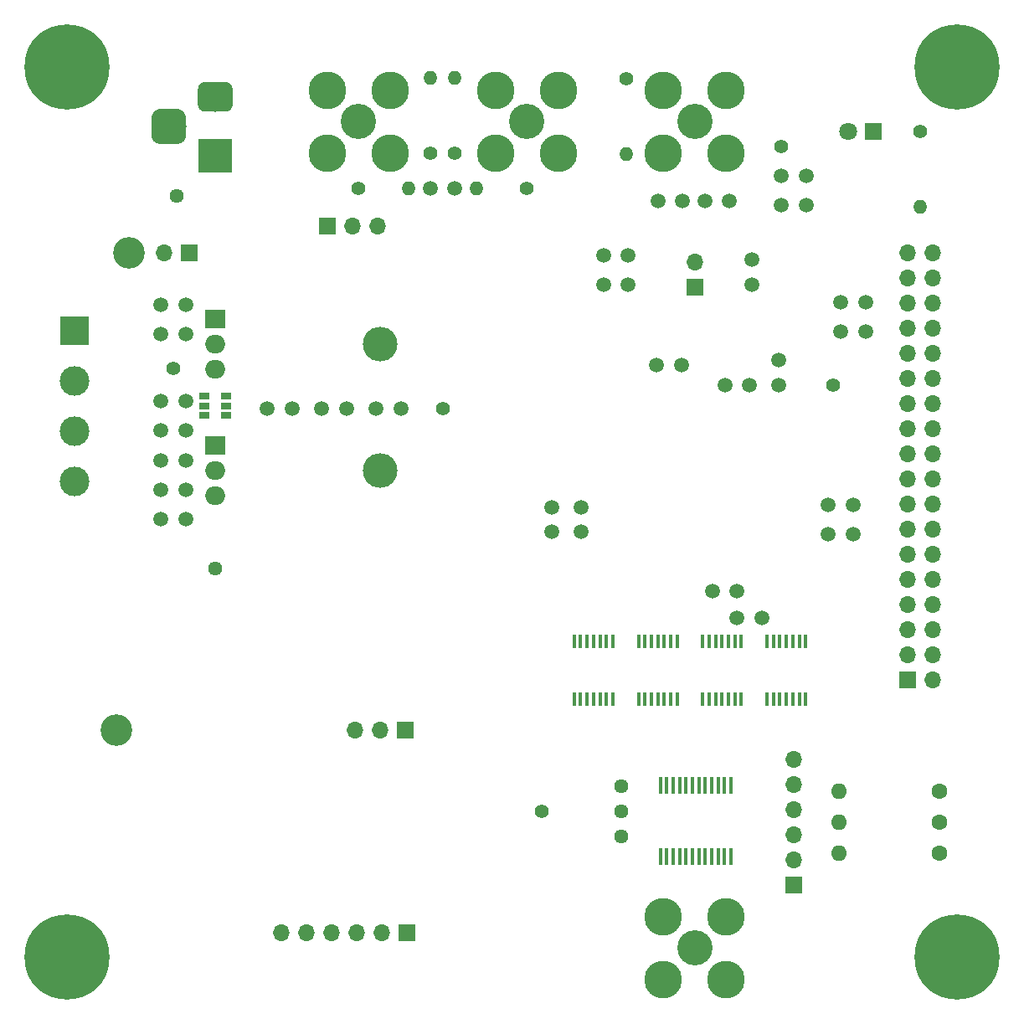
<source format=gbr>
G04 #@! TF.GenerationSoftware,KiCad,Pcbnew,(5.1.2)-1*
G04 #@! TF.CreationDate,2019-07-02T11:51:33-07:00*
G04 #@! TF.ProjectId,FIFO_P,4649464f-5f50-42e6-9b69-6361645f7063,rev?*
G04 #@! TF.SameCoordinates,Original*
G04 #@! TF.FileFunction,Soldermask,Bot*
G04 #@! TF.FilePolarity,Negative*
%FSLAX46Y46*%
G04 Gerber Fmt 4.6, Leading zero omitted, Abs format (unit mm)*
G04 Created by KiCad (PCBNEW (5.1.2)-1) date 2019-07-02 11:51:33*
%MOMM*%
%LPD*%
G04 APERTURE LIST*
%ADD10O,1.700000X1.700000*%
%ADD11R,1.700000X1.700000*%
%ADD12C,0.100000*%
%ADD13C,3.500000*%
%ADD14C,3.000000*%
%ADD15R,3.500000X3.500000*%
%ADD16C,1.440000*%
%ADD17C,1.500000*%
%ADD18C,3.810000*%
%ADD19C,3.556000*%
%ADD20R,0.450000X1.750000*%
%ADD21R,3.000000X3.000000*%
%ADD22O,2.000000X1.905000*%
%ADD23R,2.000000X1.905000*%
%ADD24O,3.500000X3.500000*%
%ADD25O,1.600000X1.600000*%
%ADD26C,1.600000*%
%ADD27C,3.200000*%
%ADD28O,1.400000X1.400000*%
%ADD29C,1.400000*%
%ADD30R,0.450000X1.450000*%
%ADD31R,1.060000X0.650000*%
%ADD32C,1.399924*%
%ADD33C,0.900000*%
%ADD34C,8.600000*%
%ADD35C,1.800000*%
%ADD36R,1.800000X1.800000*%
G04 APERTURE END LIST*
D10*
X64320000Y-73320000D03*
D11*
X66860000Y-73320000D03*
D10*
X83620000Y-121580000D03*
X86160000Y-121580000D03*
D11*
X88700000Y-121580000D03*
D12*
G36*
X65760765Y-58754213D02*
G01*
X65845704Y-58766813D01*
X65928999Y-58787677D01*
X66009848Y-58816605D01*
X66087472Y-58853319D01*
X66161124Y-58897464D01*
X66230094Y-58948616D01*
X66293718Y-59006282D01*
X66351384Y-59069906D01*
X66402536Y-59138876D01*
X66446681Y-59212528D01*
X66483395Y-59290152D01*
X66512323Y-59371001D01*
X66533187Y-59454296D01*
X66545787Y-59539235D01*
X66550000Y-59625000D01*
X66550000Y-61375000D01*
X66545787Y-61460765D01*
X66533187Y-61545704D01*
X66512323Y-61628999D01*
X66483395Y-61709848D01*
X66446681Y-61787472D01*
X66402536Y-61861124D01*
X66351384Y-61930094D01*
X66293718Y-61993718D01*
X66230094Y-62051384D01*
X66161124Y-62102536D01*
X66087472Y-62146681D01*
X66009848Y-62183395D01*
X65928999Y-62212323D01*
X65845704Y-62233187D01*
X65760765Y-62245787D01*
X65675000Y-62250000D01*
X63925000Y-62250000D01*
X63839235Y-62245787D01*
X63754296Y-62233187D01*
X63671001Y-62212323D01*
X63590152Y-62183395D01*
X63512528Y-62146681D01*
X63438876Y-62102536D01*
X63369906Y-62051384D01*
X63306282Y-61993718D01*
X63248616Y-61930094D01*
X63197464Y-61861124D01*
X63153319Y-61787472D01*
X63116605Y-61709848D01*
X63087677Y-61628999D01*
X63066813Y-61545704D01*
X63054213Y-61460765D01*
X63050000Y-61375000D01*
X63050000Y-59625000D01*
X63054213Y-59539235D01*
X63066813Y-59454296D01*
X63087677Y-59371001D01*
X63116605Y-59290152D01*
X63153319Y-59212528D01*
X63197464Y-59138876D01*
X63248616Y-59069906D01*
X63306282Y-59006282D01*
X63369906Y-58948616D01*
X63438876Y-58897464D01*
X63512528Y-58853319D01*
X63590152Y-58816605D01*
X63671001Y-58787677D01*
X63754296Y-58766813D01*
X63839235Y-58754213D01*
X63925000Y-58750000D01*
X65675000Y-58750000D01*
X65760765Y-58754213D01*
X65760765Y-58754213D01*
G37*
D13*
X64800000Y-60500000D03*
D12*
G36*
X70573513Y-56003611D02*
G01*
X70646318Y-56014411D01*
X70717714Y-56032295D01*
X70787013Y-56057090D01*
X70853548Y-56088559D01*
X70916678Y-56126398D01*
X70975795Y-56170242D01*
X71030330Y-56219670D01*
X71079758Y-56274205D01*
X71123602Y-56333322D01*
X71161441Y-56396452D01*
X71192910Y-56462987D01*
X71217705Y-56532286D01*
X71235589Y-56603682D01*
X71246389Y-56676487D01*
X71250000Y-56750000D01*
X71250000Y-58250000D01*
X71246389Y-58323513D01*
X71235589Y-58396318D01*
X71217705Y-58467714D01*
X71192910Y-58537013D01*
X71161441Y-58603548D01*
X71123602Y-58666678D01*
X71079758Y-58725795D01*
X71030330Y-58780330D01*
X70975795Y-58829758D01*
X70916678Y-58873602D01*
X70853548Y-58911441D01*
X70787013Y-58942910D01*
X70717714Y-58967705D01*
X70646318Y-58985589D01*
X70573513Y-58996389D01*
X70500000Y-59000000D01*
X68500000Y-59000000D01*
X68426487Y-58996389D01*
X68353682Y-58985589D01*
X68282286Y-58967705D01*
X68212987Y-58942910D01*
X68146452Y-58911441D01*
X68083322Y-58873602D01*
X68024205Y-58829758D01*
X67969670Y-58780330D01*
X67920242Y-58725795D01*
X67876398Y-58666678D01*
X67838559Y-58603548D01*
X67807090Y-58537013D01*
X67782295Y-58467714D01*
X67764411Y-58396318D01*
X67753611Y-58323513D01*
X67750000Y-58250000D01*
X67750000Y-56750000D01*
X67753611Y-56676487D01*
X67764411Y-56603682D01*
X67782295Y-56532286D01*
X67807090Y-56462987D01*
X67838559Y-56396452D01*
X67876398Y-56333322D01*
X67920242Y-56274205D01*
X67969670Y-56219670D01*
X68024205Y-56170242D01*
X68083322Y-56126398D01*
X68146452Y-56088559D01*
X68212987Y-56057090D01*
X68282286Y-56032295D01*
X68353682Y-56014411D01*
X68426487Y-56003611D01*
X68500000Y-56000000D01*
X70500000Y-56000000D01*
X70573513Y-56003611D01*
X70573513Y-56003611D01*
G37*
D14*
X69500000Y-57500000D03*
D15*
X69500000Y-63500000D03*
D10*
X76164000Y-142022000D03*
X78704000Y-142022000D03*
X81244000Y-142022000D03*
X83784000Y-142022000D03*
X86324000Y-142022000D03*
D11*
X88864000Y-142022000D03*
D16*
X110515000Y-127226000D03*
X110515000Y-129766000D03*
X110515000Y-132306000D03*
D17*
X122250000Y-110236000D03*
X124750000Y-110236000D03*
D18*
X121175000Y-146750000D03*
D19*
X118000000Y-143575000D03*
D18*
X114825000Y-146750000D03*
X121175000Y-140400000D03*
X114825000Y-140400000D03*
D20*
X114509600Y-134350000D03*
X115159600Y-134350000D03*
X115809600Y-134350000D03*
X116459600Y-134350000D03*
X117109600Y-134350000D03*
X117759600Y-134350000D03*
X118409600Y-134350000D03*
X119059600Y-134350000D03*
X119709600Y-134350000D03*
X120359600Y-134350000D03*
X121009600Y-134350000D03*
X121659600Y-134350000D03*
X121659600Y-127150000D03*
X121009600Y-127150000D03*
X120359600Y-127150000D03*
X119709600Y-127150000D03*
X119059600Y-127150000D03*
X118409600Y-127150000D03*
X117759600Y-127150000D03*
X117109600Y-127150000D03*
X116459600Y-127150000D03*
X115809600Y-127150000D03*
X115159600Y-127150000D03*
X114509600Y-127150000D03*
D11*
X139500000Y-116500000D03*
D10*
X142040000Y-116500000D03*
X139500000Y-113960000D03*
X142040000Y-113960000D03*
X139500000Y-111420000D03*
X142040000Y-111420000D03*
X139500000Y-108880000D03*
X142040000Y-108880000D03*
X139500000Y-106340000D03*
X142040000Y-106340000D03*
X139500000Y-103800000D03*
X142040000Y-103800000D03*
X139500000Y-101260000D03*
X142040000Y-101260000D03*
X139500000Y-98720000D03*
X142040000Y-98720000D03*
X139500000Y-96180000D03*
X142040000Y-96180000D03*
X139500000Y-93640000D03*
X142040000Y-93640000D03*
X139500000Y-91100000D03*
X142040000Y-91100000D03*
X139500000Y-88560000D03*
X142040000Y-88560000D03*
X139500000Y-86020000D03*
X142040000Y-86020000D03*
X139500000Y-83480000D03*
X142040000Y-83480000D03*
X139500000Y-80940000D03*
X142040000Y-80940000D03*
X139500000Y-78400000D03*
X142040000Y-78400000D03*
X139500000Y-75860000D03*
X142040000Y-75860000D03*
X139500000Y-73320000D03*
X142040000Y-73320000D03*
D17*
X119750000Y-107500000D03*
X122250000Y-107500000D03*
X103500000Y-101500000D03*
X103500000Y-99000000D03*
D10*
X85902800Y-70561200D03*
X83362800Y-70561200D03*
D11*
X80822800Y-70561200D03*
D14*
X55250000Y-96410000D03*
D21*
X55250000Y-81170000D03*
D14*
X55250000Y-91330000D03*
X55250000Y-86250000D03*
D17*
X91250000Y-66750000D03*
X93750000Y-66750000D03*
X123750000Y-74000000D03*
X123750000Y-76500000D03*
X88250000Y-89000000D03*
X85750000Y-89000000D03*
X82750000Y-89000000D03*
X80250000Y-89000000D03*
X74750000Y-89000000D03*
X77250000Y-89000000D03*
X116615000Y-84606000D03*
X114115000Y-84606000D03*
D22*
X69500000Y-97830000D03*
X69500000Y-95290000D03*
D23*
X69500000Y-92750000D03*
D24*
X86160000Y-95290000D03*
D22*
X69500000Y-85080000D03*
X69500000Y-82540000D03*
D23*
X69500000Y-80000000D03*
D24*
X86160000Y-82540000D03*
D17*
X119000000Y-68000000D03*
X121500000Y-68000000D03*
X116750000Y-68000000D03*
X114250000Y-68000000D03*
D10*
X128000000Y-129630000D03*
X128000000Y-134710000D03*
X128000000Y-132170000D03*
X128000000Y-127090000D03*
D11*
X128000000Y-137250000D03*
D10*
X128000000Y-124550000D03*
X118000000Y-74250000D03*
D11*
X118000000Y-76790000D03*
D25*
X132580000Y-130840000D03*
D26*
X142740000Y-130840000D03*
D27*
X59490000Y-121580000D03*
X60760000Y-73320000D03*
D18*
X80825000Y-56825000D03*
X87175000Y-56825000D03*
X80825000Y-63175000D03*
D19*
X84000000Y-60000000D03*
D18*
X87175000Y-63175000D03*
D28*
X91250000Y-55630000D03*
D29*
X91250000Y-63250000D03*
D16*
X65576000Y-67500000D03*
D17*
X123515000Y-86656000D03*
X121015000Y-86656000D03*
D30*
X125300000Y-118450000D03*
X125950000Y-118450000D03*
X126600000Y-118450000D03*
X127250000Y-118450000D03*
X127900000Y-118450000D03*
X128550000Y-118450000D03*
X129200000Y-118450000D03*
X129200000Y-112550000D03*
X128550000Y-112550000D03*
X127900000Y-112550000D03*
X127250000Y-112550000D03*
X126600000Y-112550000D03*
X125950000Y-112550000D03*
X125300000Y-112550000D03*
X112300000Y-118450000D03*
X112950000Y-118450000D03*
X113600000Y-118450000D03*
X114250000Y-118450000D03*
X114900000Y-118450000D03*
X115550000Y-118450000D03*
X116200000Y-118450000D03*
X116200000Y-112550000D03*
X115550000Y-112550000D03*
X114900000Y-112550000D03*
X114250000Y-112550000D03*
X113600000Y-112550000D03*
X112950000Y-112550000D03*
X112300000Y-112550000D03*
D17*
X106500000Y-99000000D03*
X106500000Y-101500000D03*
D30*
X105800000Y-118450000D03*
X106450000Y-118450000D03*
X107100000Y-118450000D03*
X107750000Y-118450000D03*
X108400000Y-118450000D03*
X109050000Y-118450000D03*
X109700000Y-118450000D03*
X109700000Y-112550000D03*
X109050000Y-112550000D03*
X108400000Y-112550000D03*
X107750000Y-112550000D03*
X107100000Y-112550000D03*
X106450000Y-112550000D03*
X105800000Y-112550000D03*
D28*
X89080000Y-66750000D03*
D29*
X84000000Y-66750000D03*
D28*
X95920000Y-66750000D03*
D29*
X101000000Y-66750000D03*
D31*
X68400000Y-88750000D03*
X68400000Y-87800000D03*
X68400000Y-89700000D03*
X70600000Y-89700000D03*
X70600000Y-88750000D03*
X70600000Y-87800000D03*
D32*
X92500000Y-89000000D03*
D17*
X64000000Y-88250000D03*
X66500000Y-88250000D03*
D33*
X146780419Y-52219581D03*
X144500000Y-51275000D03*
X142219581Y-52219581D03*
X141275000Y-54500000D03*
X142219581Y-56780419D03*
X144500000Y-57725000D03*
X146780419Y-56780419D03*
X147725000Y-54500000D03*
D34*
X144500000Y-54500000D03*
D33*
X146780419Y-142219581D03*
X144500000Y-141275000D03*
X142219581Y-142219581D03*
X141275000Y-144500000D03*
X142219581Y-146780419D03*
X144500000Y-147725000D03*
X146780419Y-146780419D03*
X147725000Y-144500000D03*
D34*
X144500000Y-144500000D03*
D33*
X56780419Y-142219581D03*
X54500000Y-141275000D03*
X52219581Y-142219581D03*
X51275000Y-144500000D03*
X52219581Y-146780419D03*
X54500000Y-147725000D03*
X56780419Y-146780419D03*
X57725000Y-144500000D03*
D34*
X54500000Y-144500000D03*
X54500000Y-54500000D03*
D33*
X57725000Y-54500000D03*
X56780419Y-56780419D03*
X54500000Y-57725000D03*
X52219581Y-56780419D03*
X51275000Y-54500000D03*
X52219581Y-52219581D03*
X54500000Y-51275000D03*
X56780419Y-52219581D03*
D30*
X118800000Y-118450000D03*
X119450000Y-118450000D03*
X120100000Y-118450000D03*
X120750000Y-118450000D03*
X121400000Y-118450000D03*
X122050000Y-118450000D03*
X122700000Y-118450000D03*
X122700000Y-112550000D03*
X122050000Y-112550000D03*
X121400000Y-112550000D03*
X120750000Y-112550000D03*
X120100000Y-112550000D03*
X119450000Y-112550000D03*
X118800000Y-112550000D03*
D18*
X121175000Y-63175000D03*
X114825000Y-63175000D03*
X121175000Y-56825000D03*
D19*
X118000000Y-60000000D03*
D18*
X114825000Y-56825000D03*
D16*
X69500000Y-105186000D03*
D32*
X65250000Y-85000000D03*
X102500000Y-129750000D03*
X132015000Y-86656000D03*
X126750000Y-62500000D03*
D25*
X132580000Y-127720000D03*
D26*
X142740000Y-127720000D03*
D25*
X132580000Y-133970000D03*
D26*
X142740000Y-133970000D03*
D28*
X140750000Y-68620000D03*
D29*
X140750000Y-61000000D03*
D28*
X111042000Y-63276000D03*
D29*
X111042000Y-55656000D03*
D28*
X93750000Y-55630000D03*
D29*
X93750000Y-63250000D03*
D18*
X97825000Y-56825000D03*
X104175000Y-56825000D03*
X97825000Y-63175000D03*
D19*
X101000000Y-60000000D03*
D18*
X104175000Y-63175000D03*
D35*
X133460000Y-61000000D03*
D36*
X136000000Y-61000000D03*
D17*
X64000000Y-97250000D03*
X66500000Y-97250000D03*
X64000000Y-100250000D03*
X66500000Y-100250000D03*
X64000000Y-91250000D03*
X66500000Y-91250000D03*
X64000000Y-94250000D03*
X66500000Y-94250000D03*
X64000000Y-81500000D03*
X66500000Y-81500000D03*
X64000000Y-78500000D03*
X66500000Y-78500000D03*
X134000000Y-101750000D03*
X131500000Y-101750000D03*
X134000000Y-98750000D03*
X131500000Y-98750000D03*
X126515000Y-84156000D03*
X126515000Y-86656000D03*
X126750000Y-65500000D03*
X129250000Y-65500000D03*
X135250000Y-81250000D03*
X132750000Y-81250000D03*
X126750000Y-68500000D03*
X129250000Y-68500000D03*
X135250000Y-78250000D03*
X132750000Y-78250000D03*
X111250000Y-76500000D03*
X108750000Y-76500000D03*
X108750000Y-73500000D03*
X111250000Y-73500000D03*
M02*

</source>
